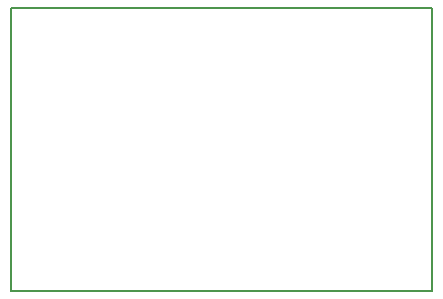
<source format=gko>
G04 #@! TF.FileFunction,Profile,NP*
%FSLAX46Y46*%
G04 Gerber Fmt 4.6, Leading zero omitted, Abs format (unit mm)*
G04 Created by KiCad (PCBNEW 4.0.2-stable) date Sun Mar 13 22:44:34 2016*
%MOMM*%
G01*
G04 APERTURE LIST*
%ADD10C,0.100000*%
%ADD11C,0.150000*%
G04 APERTURE END LIST*
D10*
D11*
X167000000Y-117000000D02*
X131400000Y-117000000D01*
X167000000Y-93000000D02*
X167000000Y-117000000D01*
X131400000Y-93000000D02*
X167000000Y-93000000D01*
X131400000Y-106600000D02*
X131400000Y-93000000D01*
X131400000Y-117000000D02*
X131400000Y-106600000D01*
M02*

</source>
